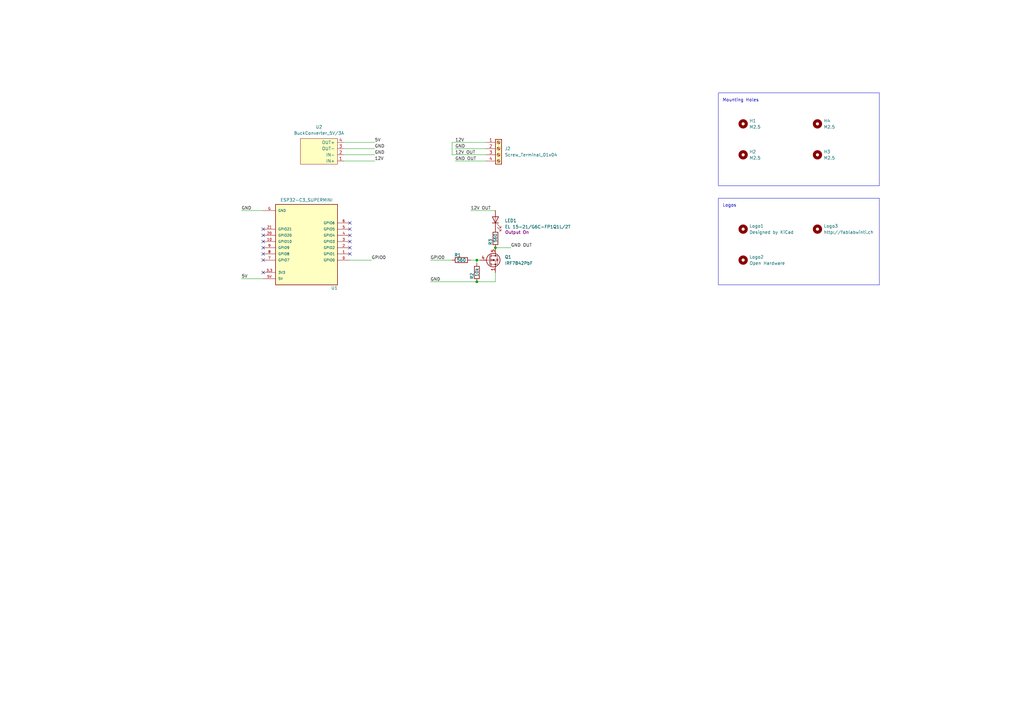
<source format=kicad_sch>
(kicad_sch (version 20250114) (generator "eeschema") (generator_version "9.0")
  (paper "A3")
  (title_block (title "ESPhome_LED-Dimmer") (rev "V1"))
  (lib_symbols
    (symbol "A_SymbolLibrary:ESP32-C3_SUPERMINI" (pin_names (offset 1.016))
      (property "Reference" "U1" (at -11.43 16.51 0))
      (property "Value" "ESP32-C3_SUPERMINI" (at 0 -19.558 0))
      (symbol "ESP32-C3_SUPERMINI_0_0"
        (rectangle (start -12.7 -17.78) (end 12.7 15.24) (stroke (width 0.254)) (fill (type background)))
        (pin bidirectional line (at -17.78 5.08 0) (length 5.08) (name "GPIO0") (number "0"))
        (pin bidirectional line (at -17.78 2.54 0) (length 5.08) (name "GPIO1") (number "1"))
        (pin bidirectional line (at -17.78 0 0) (length 5.08) (name "GPIO2") (number "2"))
        (pin bidirectional line (at -17.78 -2.54 0) (length 5.08) (name "GPIO3") (number "3"))
        (pin bidirectional line (at -17.78 -5.08 0) (length 5.08) (name "GPIO4") (number "4"))
        (pin bidirectional line (at -17.78 -7.62 0) (length 5.08) (name "GPIO5") (number "5"))
        (pin bidirectional line (at -17.78 -10.16 0) (length 5.08) (name "GPIO6") (number "6"))
        (pin power_in line (at 17.78 12.7 180) (length 5.08) (name "5V") (number "5V"))
        (pin power_in line (at 17.78 10.16 180) (length 5.08) (name "3V3") (number "3.3"))
        (pin bidirectional line (at 17.78 5.08 180) (length 5.08) (name "GPIO7") (number "7"))
        (pin bidirectional line (at 17.78 2.54 180) (length 5.08) (name "GPIO8") (number "8"))
        (pin bidirectional line (at 17.78 0 180) (length 5.08) (name "GPIO9") (number "9"))
        (pin bidirectional line (at 17.78 -2.54 180) (length 5.08) (name "GPIO10") (number "10"))
        (pin bidirectional line (at 17.78 -5.08 180) (length 5.08) (name "GPIO20") (number "20"))
        (pin bidirectional line (at 17.78 -7.62 180) (length 5.08) (name "GPIO21") (number "21"))
        (pin power_in line (at 17.78 -15.24 180) (length 5.08) (name "GND") (number "G"))
      )
    )
    (symbol "A_SymbolLibrary:MountingHole" (pin_names (offset 1.016)) (exclude_from_sim yes) (in_bom no)
      (property "Reference" "H" (at 0 5.08 0))
      (property "Value" "MountingHole" (at 0 3.175 0))
      (symbol "MountingHole_0_1"
        (circle (center 0 0) (radius 1.27) (stroke (width 1.27)))
      )
    )
    (symbol "A_SymbolLibrary:R" (pin_numbers (hide yes)) (pin_names (offset 0))
      (property "Reference" "R" (at 2.032 0 90))
      (property "Value" "R" (at 0 0 90))
      (symbol "R_0_1"
        (rectangle (start -1.016 -2.54) (end 1.016 2.54) (stroke (width 0.254)))
      )
      (symbol "R_1_1"
        (pin passive line (at 0 3.81 270) (length 1.27) (name "~") (number "1"))
        (pin passive line (at 0 -3.81 90) (length 1.27) (name "~") (number "2"))
      )
    )
    (symbol "A_SymbolLibrary:module_BuckConverter_Mini560" (pin_names (offset 1.016))
      (property "Reference" "U2" (at 10.16 -6.35 0))
      (property "Value" "BuckConverter_5V/3A" (at 10.16 -3.81 0))
      (symbol "module_BuckConverter_Mini560_1_1"
        (rectangle (start 2.54 8.89) (end 17.78 -1.557) (fill (type background)))
        (pin passive line (at 0 7.62 0) (length 2.54) (name "IN+") (number "1"))
        (pin passive line (at 0 5.08 0) (length 2.54) (name "IN-") (number "2"))
        (pin power_out line (at 0 2.54 0) (length 2.54) (name "OUT-") (number "3"))
        (pin power_out line (at 0 0 0) (length 2.54) (name "OUT+") (number "4"))
      )
    )
    (symbol "Connector:Screw_Terminal_01x04" (pin_names (offset 1.016) (hide yes))
      (property "Reference" "J" (at 0 5.08 0))
      (property "Value" "Screw_Terminal_01x04" (at 0 -7.62 0))
      (symbol "Screw_Terminal_01x04_1_1"
        (rectangle (start -1.27 3.81) (end 1.27 -6.35) (stroke (width 0.254)) (fill (type background)))
        (polyline (pts (xy -0.5334 2.8702) (xy 0.3302 2.032)) (stroke (width 0.1524)))
        (polyline (pts (xy -0.5334 0.3302) (xy 0.3302 -0.508)) (stroke (width 0.1524)))
        (polyline (pts (xy -0.5334 -2.2098) (xy 0.3302 -3.048)) (stroke (width 0.1524)))
        (polyline (pts (xy -0.5334 -4.7498) (xy 0.3302 -5.588)) (stroke (width 0.1524)))
        (polyline (pts (xy -0.3556 3.048) (xy 0.508 2.2098)) (stroke (width 0.1524)))
        (polyline (pts (xy -0.3556 0.508) (xy 0.508 -0.3302)) (stroke (width 0.1524)))
        (polyline (pts (xy -0.3556 -2.032) (xy 0.508 -2.8702)) (stroke (width 0.1524)))
        (polyline (pts (xy -0.3556 -4.572) (xy 0.508 -5.4102)) (stroke (width 0.1524)))
        (circle (center 0 2.54) (radius 0.635) (stroke (width 0.1524)))
        (circle (center 0 0) (radius 0.635) (stroke (width 0.1524)))
        (circle (center 0 -2.54) (radius 0.635) (stroke (width 0.1524)))
        (circle (center 0 -5.08) (radius 0.635) (stroke (width 0.1524)))
        (pin passive line (at -5.08 2.54 0) (length 3.81) (name "Pin_1") (number "1"))
        (pin passive line (at -5.08 0 0) (length 3.81) (name "Pin_2") (number "2"))
        (pin passive line (at -5.08 -2.54 0) (length 3.81) (name "Pin_3") (number "3"))
        (pin passive line (at -5.08 -5.08 0) (length 3.81) (name "Pin_4") (number "4"))
      )
    )
    (symbol "LED:IR26-21C_L110_TR8" (pin_numbers (hide yes)) (pin_names (offset 1.016) (hide yes))
      (property "Reference" "D" (at 0 2.54 0))
      (property "Value" "IR26-21C_L110_TR8" (at 0 -3.81 0))
      (symbol "IR26-21C_L110_TR8_0_1"
        (polyline (pts (xy -3.048 -0.762) (xy -4.572 -2.286) (xy -3.81 -2.286) (xy -4.572 -2.286) (xy -4.572 -1.524)))
        (polyline (pts (xy -1.778 -0.762) (xy -3.302 -2.286) (xy -2.54 -2.286) (xy -3.302 -2.286) (xy -3.302 -1.524)))
        (polyline (pts (xy -1.27 0) (xy 1.27 0)))
        (polyline (pts (xy -1.27 -1.27) (xy -1.27 1.27)) (stroke (width 0.254)))
        (polyline (pts (xy 1.27 -1.27) (xy 1.27 1.27) (xy -1.27 0) (xy 1.27 -1.27)) (stroke (width 0.254)))
      )
      (symbol "IR26-21C_L110_TR8_1_1"
        (pin passive line (at -3.81 0 0) (length 2.54) (name "K") (number "1"))
        (pin passive line (at 3.81 0 180) (length 2.54) (name "A") (number "2"))
      )
    )
    (symbol "Transistor_FET:IRF740" (pin_names (hide yes))
      (property "Reference" "Q1" (at 6.35 1.2701 0))
      (property "Value" "IRF7842PbF" (at 6.35 -1.2699 0))
      (symbol "IRF740_0_1"
        (polyline (pts (xy 0.254 1.905) (xy 0.254 -1.905)) (stroke (width 0.254)))
        (polyline (pts (xy 0.254 0) (xy -2.54 0)))
        (polyline (pts (xy 0.762 2.286) (xy 0.762 1.27)) (stroke (width 0.254)))
        (polyline (pts (xy 0.762 0.508) (xy 0.762 -0.508)) (stroke (width 0.254)))
        (polyline (pts (xy 0.762 -1.27) (xy 0.762 -2.286)) (stroke (width 0.254)))
        (polyline (pts (xy 0.762 -1.778) (xy 3.302 -1.778) (xy 3.302 1.778) (xy 0.762 1.778)))
        (polyline (pts (xy 1.016 0) (xy 2.032 0.381) (xy 2.032 -0.381) (xy 1.016 0)) (fill (type outline)))
        (circle (center 1.651 0) (radius 2.794) (stroke (width 0.254)))
        (polyline (pts (xy 2.54 2.54) (xy 2.54 1.778)))
        (circle (center 2.54 1.778) (radius 0.254) (fill (type outline)))
        (circle (center 2.54 -1.778) (radius 0.254) (fill (type outline)))
        (polyline (pts (xy 2.54 -2.54) (xy 2.54 0) (xy 0.762 0)))
        (polyline (pts (xy 2.794 0.508) (xy 2.921 0.381) (xy 3.683 0.381) (xy 3.81 0.254)))
        (polyline (pts (xy 3.302 0.381) (xy 2.921 -0.254) (xy 3.683 -0.254) (xy 3.302 0.381)))
      )
      (symbol "IRF740_1_0"
        (pin passive line (at -3.81 0 0) (length 2.54) (name "G") (number "4"))
        (pin passive line (at 2.54 5.08 270) (length 2.54) (hide yes) (name "D") (number "6"))
        (pin passive line (at 2.54 5.08 270) (length 2.54) (hide yes) (name "D") (number "7"))
        (pin passive line (at 2.54 5.08 270) (length 2.54) (hide yes) (name "D") (number "8"))
        (pin passive line (at 2.54 -5.08 90) (length 2.54) (hide yes) (name "S") (number "2"))
        (pin passive line (at 2.54 -5.08 90) (length 2.54) (hide yes) (name "S") (number "3"))
      )
      (symbol "IRF740_1_1"
        (pin passive line (at 2.54 5.08 270) (length 2.54) (name "D") (number "5"))
        (pin passive line (at 2.54 -5.08 90) (length 2.54) (name "S") (number "1"))
      )
    )
  )
  (rectangle (start 294.64 38.1) (end 360.68 76.2))
  (rectangle (start 294.64 81.28) (end 360.68 116.84))
  (text "Logos" (at 299.212 84.328 0) (effects (font (size 1.27 1.27))))
  (text "Mounting Holes" (at 303.784 41.148 0) (effects (font (size 1.27 1.27))))
  (junction (at 203.2 101.6))
  (junction (at 195.58 115.57))
  (junction (at 195.58 106.68))
  (no_connect (at 107.95 96.52))
  (no_connect (at 107.95 104.14))
  (no_connect (at 107.95 106.68))
  (no_connect (at 143.51 93.98))
  (no_connect (at 143.51 96.52))
  (no_connect (at 107.95 99.06))
  (no_connect (at 107.95 101.6))
  (no_connect (at 143.51 101.6))
  (no_connect (at 143.51 104.14))
  (no_connect (at 107.95 111.76))
  (no_connect (at 143.51 99.06))
  (no_connect (at 107.95 93.98))
  (no_connect (at 143.51 91.44))
  (wire (pts (xy 153.67 60.96) (xy 140.97 60.96)))
  (wire (pts (xy 153.67 66.04) (xy 140.97 66.04)))
  (wire (pts (xy 176.53 106.68) (xy 185.42 106.68)))
  (wire (pts (xy 185.42 58.42) (xy 185.42 63.5)))
  (wire (pts (xy 186.69 60.96) (xy 199.39 60.96)))
  (wire (pts (xy 185.42 63.5) (xy 199.39 63.5)))
  (wire (pts (xy 140.97 58.42) (xy 153.67 58.42)))
  (wire (pts (xy 152.4 106.68) (xy 143.51 106.68)))
  (wire (pts (xy 153.67 63.5) (xy 140.97 63.5)))
  (wire (pts (xy 203.2 101.6) (xy 209.55 101.6)))
  (wire (pts (xy 176.53 115.57) (xy 195.58 115.57)))
  (wire (pts (xy 99.06 86.36) (xy 107.95 86.36)))
  (wire (pts (xy 185.42 58.42) (xy 199.39 58.42)))
  (wire (pts (xy 99.06 114.3) (xy 107.95 114.3)))
  (wire (pts (xy 196.85 106.68) (xy 195.58 106.68)))
  (wire (pts (xy 186.69 66.04) (xy 199.39 66.04)))
  (wire (pts (xy 203.2 115.57) (xy 203.2 111.76)))
  (wire (pts (xy 195.58 115.57) (xy 203.2 115.57)))
  (wire (pts (xy 193.04 86.36) (xy 203.2 86.36)))
  (wire (pts (xy 195.58 107.95) (xy 195.58 106.68)))
  (wire (pts (xy 193.04 106.68) (xy 195.58 106.68)))
  (label "GND" (at 99.06 86.36 0))
  (label "5V" (at 153.67 58.42 0))
  (label "GPIO0" (at 152.4 106.68 0))
  (label "GND" (at 176.53 115.57 0))
  (label "12V" (at 186.69 58.42 0))
  (label "GPIO0" (at 176.53 106.68 0))
  (label "GND OUT" (at 209.55 101.6 0))
  (label "GND" (at 186.69 60.96 0))
  (label "12V" (at 153.67 66.04 0))
  (label "12V OUT" (at 186.69 63.5 0))
  (label "5V" (at 99.06 114.3 0))
  (label "GND" (at 153.67 60.96 0))
  (label "GND OUT" (at 186.69 66.04 0))
  (label "GND" (at 153.67 63.5 0))
  (label "12V OUT" (at 193.04 86.36 0))
  (symbol (lib_id "A_SymbolLibrary:R") (at 203.2 97.79 0) (unit 1)
    (property "Reference" "R3" (at 201.168 100.584 90) (effects (justify left)))
    (property "Value" "560" (at 203.2 99.568 90) (effects (justify left)))
    (property "Footprint" "A_Footprints:R_XL_1206_3216Metric_Pad_HandSolder" (effects (hide yes)))
    (property "Description" "Resistor" (effects (hide yes)))
  )
  (symbol (lib_id "A_SymbolLibrary:MountingHole") (at 304.8 93.98 0) (unit 1) (exclude_from_sim yes) (in_bom no)
    (property "Reference" "Logo1" (at 307.34 92.7099 0) (effects (justify left)))
    (property "Value" "Designed by KiCad" (at 307.34 95.2499 0) (effects (justify left)))
    (property "Footprint" "Symbol:KiCad-Logo2_5mm_SilkScreen" (effects (hide yes)))
    (property "Description" "Logo" (effects (hide yes)))
  )
  (symbol (lib_id "Transistor_FET:IRF740") (at 200.66 106.68 0) (unit 1)
    (property "Reference" "Q1" (at 207.01 105.4099 0) (effects (justify left)))
    (property "Value" "IRF7842PbF" (at 207.01 107.9499 0) (effects (justify left)))
    (property "Footprint" "A_Footprints:SOIC-8_3.9x4.9mm_P1.27mm" (effects (hide yes)))
    (property "Datasheet" "https://www.infineon.com/dgdl/irf7842pbf.pdf%3FfileId%3D5546d462533600a40153560c44c41d25&ved=2ahUKEwjo5sGGmuaLAxXzhf0HHSDcFCAQFnoECCwQAQ&usg=AOvVaw2gjJhlJvSbyUsM5h35guDj" (effects (hide yes)))
    (property "Description" "18A Id, 60V Vds, N-Channel Power MOSFET, 6mOhm Rds, SO-8" (effects (hide yes)))
  )
  (symbol (lib_id "A_SymbolLibrary:ESP32-C3_SUPERMINI") (at 125.73 101.6 180) (unit 1)
    (property "Reference" "U1" (at 137.16 118.11 0))
    (property "Value" "ESP32-C3_SUPERMINI" (at 125.73 82.042 0))
    (property "Footprint" "A_Footprints:MODULE_ESP32-C3_SUPERMINI_FlatSolder" (effects (hide yes)))
    (property "MF" "Espressif Systems" (effects (hide yes)))
    (property "MAXIMUM_PACKAGE_HEIGHT" "4.2mm" (effects (hide yes)))
    (property "Package" "Package" (effects (hide yes)))
    (property "Price" "None" (effects (hide yes)))
    (property "Check_prices" "https://www.snapeda.com/parts/ESP32-C3%20SuperMini_TH/Espressif+Systems/view-part/?ref=eda" (effects (hide yes)))
    (property "STANDARD" "Manufacturer Recommendations" (effects (hide yes)))
    (property "SnapEDA_Link" "https://www.snapeda.com/parts/ESP32-C3%20SuperMini_TH/Espressif+Systems/view-part/?ref=snap" (effects (hide yes)))
    (property "MP" "ESP32-C3 SuperMini_TH" (effects (hide yes)))
    (property "Description_1" "\n                        \n                            Super tiny ESP32-C3 board\n                        \n" (effects (hide yes)))
    (property "Availability" "Not in stock" (effects (hide yes)))
    (property "MANUFACTURER" "Espressif Systems" (effects (hide yes)))
  )
  (symbol (lib_id "A_SymbolLibrary:R") (at 189.23 106.68 90) (unit 1)
    (property "Reference" "R1" (at 187.706 104.648 90))
    (property "Value" "560" (at 189.23 106.68 90))
    (property "Footprint" "A_Footprints:R_XL_1206_3216Metric_Pad_HandSolder" (effects (hide yes)))
    (property "Description" "Resistor" (effects (hide yes)))
  )
  (symbol (lib_id "A_SymbolLibrary:MountingHole") (at 335.28 93.98 0) (unit 1) (exclude_from_sim yes) (in_bom no)
    (property "Reference" "Logo3" (at 337.82 92.7099 0) (effects (justify left)))
    (property "Value" "http://fablabwinti.ch" (at 337.82 95.2499 0) (effects (justify left)))
    (property "Footprint" "CPs_Footprints:QR_FabLab-Winti" (effects (hide yes)))
    (property "Description" "Logo" (effects (hide yes)))
  )
  (symbol (lib_id "A_SymbolLibrary:MountingHole") (at 335.28 63.5 0) (unit 1) (exclude_from_sim yes) (in_bom no)
    (property "Reference" "H3" (at 337.82 62.2299 0) (effects (justify left)))
    (property "Value" "M2.5" (at 337.82 64.7699 0) (effects (justify left)))
    (property "Footprint" "A_Footprints:MountingHole_2.2mm_M2" (effects (hide yes)))
    (property "Description" "Mounting Hole without connection" (effects (hide yes)))
  )
  (symbol (lib_id "A_SymbolLibrary:R") (at 195.58 111.76 0) (unit 1)
    (property "Reference" "R2" (at 193.548 114.554 90) (effects (justify left)))
    (property "Value" "10k" (at 195.58 113.538 90) (effects (justify left)))
    (property "Footprint" "A_Footprints:R_XL_1206_3216Metric_Pad_HandSolder" (effects (hide yes)))
    (property "Description" "Resistor" (effects (hide yes)))
  )
  (symbol (lib_id "Connector:Screw_Terminal_01x04") (at 204.47 60.96 0) (unit 1)
    (property "Reference" "J2" (at 207.01 60.9599 0) (effects (justify left)))
    (property "Value" "Screw_Terminal_01x04" (at 207.01 63.4999 0) (effects (justify left)))
    (property "Footprint" "TerminalBlock_MetzConnect:TerminalBlock_MetzConnect_Type059_RT06304HBWC_1x04_P3.50mm_Horizontal" (effects (hide yes)))
    (property "Description" "Generic screw terminal, single row, 01x04, script generated (kicad-library-utils/schlib/autogen/connector/)" (effects (hide yes)))
  )
  (symbol (lib_id "A_SymbolLibrary:MountingHole") (at 335.28 50.8 0) (unit 1) (exclude_from_sim yes) (in_bom no)
    (property "Reference" "H4" (at 337.82 49.5299 0) (effects (justify left)))
    (property "Value" "M2.5" (at 337.82 52.0699 0) (effects (justify left)))
    (property "Footprint" "A_Footprints:MountingHole_2.2mm_M2" (effects (hide yes)))
    (property "Description" "Mounting Hole without connection" (effects (hide yes)))
  )
  (symbol (lib_id "A_SymbolLibrary:MountingHole") (at 304.8 63.5 0) (unit 1) (exclude_from_sim yes) (in_bom no)
    (property "Reference" "H2" (at 307.34 62.2299 0) (effects (justify left)))
    (property "Value" "M2.5" (at 307.34 64.7699 0) (effects (justify left)))
    (property "Footprint" "A_Footprints:MountingHole_2.2mm_M2" (effects (hide yes)))
    (property "Description" "Mounting Hole without connection" (effects (hide yes)))
  )
  (symbol (lib_id "A_SymbolLibrary:module_BuckConverter_Mini560") (at 140.97 58.42 180) (unit 1)
    (property "Reference" "U2" (at 130.81 52.07 0))
    (property "Value" "BuckConverter_5V/3A" (at 130.81 54.61 0))
    (property "Footprint" "CPs_Footprints:Mini BuckConverter 5V 3A" (effects (hide yes)))
  )
  (symbol (lib_id "A_SymbolLibrary:MountingHole") (at 304.8 50.8 0) (unit 1) (exclude_from_sim yes) (in_bom no)
    (property "Reference" "H1" (at 307.34 49.5299 0) (effects (justify left)))
    (property "Value" "M2.5" (at 307.34 52.0699 0) (effects (justify left)))
    (property "Footprint" "A_Footprints:MountingHole_2.2mm_M2" (effects (hide yes)))
    (property "Description" "Mounting Hole without connection" (effects (hide yes)))
  )
  (symbol (lib_id "A_SymbolLibrary:MountingHole") (at 304.8 106.68 0) (unit 1) (exclude_from_sim yes) (in_bom no)
    (property "Reference" "Logo2" (at 307.34 105.4099 0) (effects (justify left)))
    (property "Value" "Open Hardware" (at 307.34 107.9499 0) (effects (justify left)))
    (property "Footprint" "Symbol:OSHW-Logo2_7.3x6mm_SilkScreen" (effects (hide yes)))
    (property "Description" "Logo" (effects (hide yes)))
  )
  (symbol (lib_id "LED:IR26-21C_L110_TR8") (at 203.2 90.17 90) (unit 1)
    (property "Reference" "LED1" (at 207.01 90.4874 90) (effects (justify right)))
    (property "Value" "EL 15-21/G6C-FP1Q1L/2T" (at 207.01 93.0274 90) (effects (justify right)))
    (property "Footprint" "LED_SMD:LED_1206_3216Metric" (effects (hide yes)))
    (property "Datasheet" "https://cdn-reichelt.de/documents/datenblatt/A500/15-21-G6C-FP1Q1L.pdf" (effects (hide yes)))
    (property "Description" "Output On" (at 212.09 95.25 90))
  )
)
</source>
